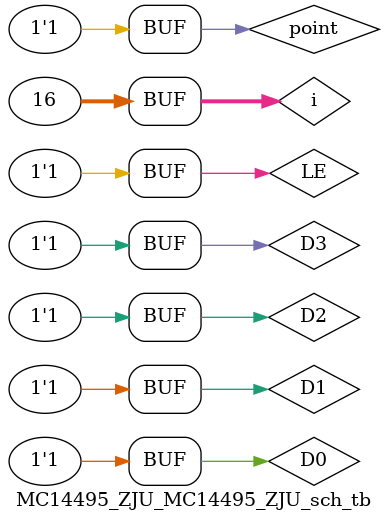
<source format=v>

`timescale 1ns / 1ps

module MC14495_ZJU_MC14495_ZJU_sch_tb();

// Inputs
   reg D2;
   reg D3;
   reg D0;
   reg D1;
   reg LE;
   reg point;

// Output
   wire p;
   wire g;
   wire f;
   wire e;
   wire d;
   wire c;
   wire b;
   wire a;

// Bidirs

// Instantiate the UUT
   MC14495_ZJU UUT (
		.D2(D2), 
		.D3(D3), 
		.D0(D0), 
		.D1(D1), 
		.LE(LE), 
		.point(point), 
		.p(p), 
		.g(g), 
		.f(f), 
		.e(e), 
		.d(d), 
		.c(c), 
		.b(b), 
		.a(a)
   );
// Initialize Inputs
integer i;

       initial begin
		D2 = 0;
		D3 = 0;
		D0 = 0;
		D1 = 0;
		LE = 0;
		point = 0;
		for (i=0; i<=15;i=i+1) begin
		#50;
		{D3,D2,D1,D0}=i;
		point = i;
	end
		
	#50;
	LE = 1;
end
endmodule

</source>
